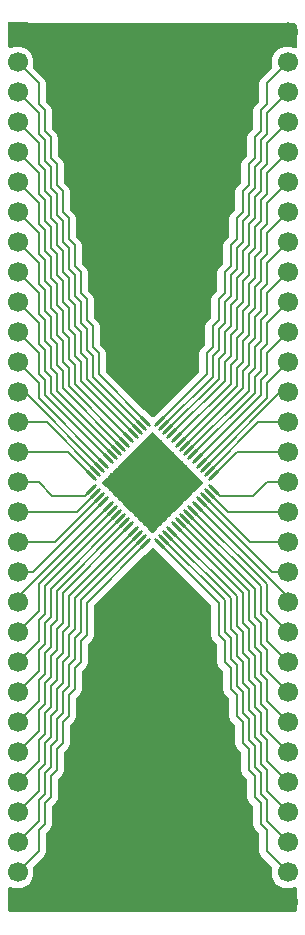
<source format=gtl>
G04 #@! TF.GenerationSoftware,KiCad,Pcbnew,9.0.6*
G04 #@! TF.CreationDate,2026-01-08T14:27:29-06:00*
G04 #@! TF.ProjectId,QFN-56_8x8_P0.5,51464e2d-3536-45f3-9878-385f50302e35,rev?*
G04 #@! TF.SameCoordinates,Original*
G04 #@! TF.FileFunction,Copper,L1,Top*
G04 #@! TF.FilePolarity,Positive*
%FSLAX46Y46*%
G04 Gerber Fmt 4.6, Leading zero omitted, Abs format (unit mm)*
G04 Created by KiCad (PCBNEW 9.0.6) date 2026-01-08 14:27:29*
%MOMM*%
%LPD*%
G01*
G04 APERTURE LIST*
G04 Aperture macros list*
%AMRoundRect*
0 Rectangle with rounded corners*
0 $1 Rounding radius*
0 $2 $3 $4 $5 $6 $7 $8 $9 X,Y pos of 4 corners*
0 Add a 4 corners polygon primitive as box body*
4,1,4,$2,$3,$4,$5,$6,$7,$8,$9,$2,$3,0*
0 Add four circle primitives for the rounded corners*
1,1,$1+$1,$2,$3*
1,1,$1+$1,$4,$5*
1,1,$1+$1,$6,$7*
1,1,$1+$1,$8,$9*
0 Add four rect primitives between the rounded corners*
20,1,$1+$1,$2,$3,$4,$5,0*
20,1,$1+$1,$4,$5,$6,$7,0*
20,1,$1+$1,$6,$7,$8,$9,0*
20,1,$1+$1,$8,$9,$2,$3,0*%
%AMRotRect*
0 Rectangle, with rotation*
0 The origin of the aperture is its center*
0 $1 length*
0 $2 width*
0 $3 Rotation angle, in degrees counterclockwise*
0 Add horizontal line*
21,1,$1,$2,0,0,$3*%
G04 Aperture macros list end*
G04 #@! TA.AperFunction,SMDPad,CuDef*
%ADD10RoundRect,0.062500X-0.424264X0.335876X0.335876X-0.424264X0.424264X-0.335876X-0.335876X0.424264X0*%
G04 #@! TD*
G04 #@! TA.AperFunction,SMDPad,CuDef*
%ADD11RoundRect,0.062500X-0.424264X-0.335876X-0.335876X-0.424264X0.424264X0.335876X0.335876X0.424264X0*%
G04 #@! TD*
G04 #@! TA.AperFunction,HeatsinkPad*
%ADD12C,0.500000*%
G04 #@! TD*
G04 #@! TA.AperFunction,HeatsinkPad*
%ADD13RotRect,4.300000X4.300000X315.000000*%
G04 #@! TD*
G04 #@! TA.AperFunction,ComponentPad*
%ADD14R,1.700000X1.700000*%
G04 #@! TD*
G04 #@! TA.AperFunction,ComponentPad*
%ADD15C,1.700000*%
G04 #@! TD*
G04 #@! TA.AperFunction,ViaPad*
%ADD16C,0.600000*%
G04 #@! TD*
G04 #@! TA.AperFunction,Conductor*
%ADD17C,0.200000*%
G04 #@! TD*
G04 APERTURE END LIST*
D10*
X137802443Y-116696249D03*
X137448889Y-117049802D03*
X137095336Y-117403355D03*
X136741783Y-117756909D03*
X136388230Y-118110463D03*
X136034676Y-118464016D03*
X135681122Y-118817569D03*
X135327569Y-119171122D03*
X134974016Y-119524676D03*
X134620463Y-119878230D03*
X134266909Y-120231783D03*
X133913355Y-120585336D03*
X133559802Y-120938889D03*
X133206249Y-121292443D03*
D11*
X133206249Y-122547557D03*
X133559802Y-122901111D03*
X133913355Y-123254664D03*
X134266909Y-123608217D03*
X134620463Y-123961770D03*
X134974016Y-124315324D03*
X135327569Y-124668878D03*
X135681122Y-125022431D03*
X136034676Y-125375984D03*
X136388230Y-125729537D03*
X136741783Y-126083091D03*
X137095336Y-126436645D03*
X137448889Y-126790198D03*
X137802443Y-127143751D03*
D10*
X139057557Y-127143751D03*
X139411111Y-126790198D03*
X139764664Y-126436645D03*
X140118217Y-126083091D03*
X140471770Y-125729537D03*
X140825324Y-125375984D03*
X141178878Y-125022431D03*
X141532431Y-124668878D03*
X141885984Y-124315324D03*
X142239537Y-123961770D03*
X142593091Y-123608217D03*
X142946645Y-123254664D03*
X143300198Y-122901111D03*
X143653751Y-122547557D03*
D11*
X143653751Y-121292443D03*
X143300198Y-120938889D03*
X142946645Y-120585336D03*
X142593091Y-120231783D03*
X142239537Y-119878230D03*
X141885984Y-119524676D03*
X141532431Y-119171122D03*
X141178878Y-118817569D03*
X140825324Y-118464016D03*
X140471770Y-118110463D03*
X140118217Y-117756909D03*
X139764664Y-117403355D03*
X139411111Y-117049802D03*
X139057557Y-116696249D03*
D12*
X138430000Y-119232994D03*
X137758249Y-119904746D03*
X137086497Y-120576497D03*
X136414746Y-121248249D03*
X135742994Y-121920000D03*
X139101751Y-119904746D03*
X138430000Y-120576497D03*
X137758249Y-121248249D03*
X137086497Y-121920000D03*
X136414746Y-122591751D03*
X139773503Y-120576497D03*
X139101751Y-121248249D03*
X138430000Y-121920000D03*
D13*
X138430000Y-121920000D03*
D12*
X137758249Y-122591751D03*
X137086497Y-123263503D03*
X140445254Y-121248249D03*
X139773503Y-121920000D03*
X139101751Y-122591751D03*
X138430000Y-123263503D03*
X137758249Y-123935254D03*
X141117006Y-121920000D03*
X140445254Y-122591751D03*
X139773503Y-123263503D03*
X139101751Y-123935254D03*
X138430000Y-124607006D03*
D14*
X127000000Y-83820000D03*
D15*
X127000000Y-86360000D03*
X127000000Y-88900000D03*
X127000000Y-91440000D03*
X127000000Y-93980000D03*
X127000000Y-96520000D03*
X127000000Y-99060000D03*
X127000000Y-101600000D03*
X127000000Y-104140000D03*
X127000000Y-106680000D03*
X127000000Y-109220000D03*
X127000000Y-111760000D03*
X127000000Y-114300000D03*
X127000000Y-116840000D03*
X127000000Y-119380000D03*
X127000000Y-121920000D03*
X127000000Y-124460000D03*
X127000000Y-127000000D03*
X127000000Y-129540000D03*
X127000000Y-132080000D03*
X127000000Y-134620000D03*
X127000000Y-137160000D03*
X127000000Y-139700000D03*
X127000000Y-142240000D03*
X127000000Y-144780000D03*
X127000000Y-147320000D03*
X127000000Y-149860000D03*
X127000000Y-152400000D03*
X127000000Y-154940000D03*
X127000000Y-157480000D03*
X149860000Y-83820000D03*
X149860000Y-86360000D03*
X149860000Y-88900000D03*
X149860000Y-91440000D03*
X149860000Y-93980000D03*
X149860000Y-96520000D03*
X149860000Y-99060000D03*
X149860000Y-101600000D03*
X149860000Y-104140000D03*
X149860000Y-106680000D03*
X149860000Y-109220000D03*
X149860000Y-111760000D03*
X149860000Y-114300000D03*
X149860000Y-116840000D03*
X149860000Y-119380000D03*
X149860000Y-121920000D03*
X149860000Y-124460000D03*
X149860000Y-127000000D03*
X149860000Y-129540000D03*
X149860000Y-132080000D03*
X149860000Y-134620000D03*
X149860000Y-137160000D03*
X149860000Y-139700000D03*
X149860000Y-142240000D03*
X149860000Y-144780000D03*
X149860000Y-147320000D03*
X149860000Y-149860000D03*
X149860000Y-152400000D03*
X149860000Y-154940000D03*
X149860000Y-157480000D03*
D16*
X138430000Y-97790000D03*
X138430000Y-145796000D03*
X138430000Y-115570000D03*
X138430000Y-128270000D03*
D17*
X147066000Y-92710000D02*
X147574000Y-92202000D01*
X147066000Y-94488000D02*
X147066000Y-92710000D01*
X147574000Y-90424000D02*
X148082000Y-89916000D01*
X147574000Y-92202000D02*
X147574000Y-90424000D01*
X146558000Y-94996000D02*
X147066000Y-94488000D01*
X143653751Y-121292443D02*
X145566194Y-119380000D01*
X145566194Y-119380000D02*
X149860000Y-119380000D01*
X147574000Y-113284000D02*
X148082000Y-112776000D01*
X143300198Y-120938889D02*
X147399087Y-116840000D01*
X142239537Y-119878230D02*
X147574000Y-114543767D01*
X147574000Y-114543767D02*
X147574000Y-113284000D01*
X146558000Y-112776000D02*
X147066000Y-112268000D01*
X147066000Y-113030000D02*
X147574000Y-112522000D01*
X147066000Y-114344660D02*
X147066000Y-113030000D01*
X142946645Y-120585336D02*
X149231981Y-114300000D01*
X148082000Y-112776000D02*
X148082000Y-110998000D01*
X148082000Y-110998000D02*
X149860000Y-109220000D01*
X146558000Y-112014000D02*
X146558000Y-110236000D01*
X148082000Y-110236000D02*
X148082000Y-108458000D01*
X146050000Y-112522000D02*
X146558000Y-112014000D01*
X147574000Y-109982000D02*
X147574000Y-108204000D01*
X147399087Y-116840000D02*
X149860000Y-116840000D01*
X148082000Y-114742874D02*
X148082000Y-113538000D01*
X142593091Y-120231783D02*
X148082000Y-114742874D01*
X146050000Y-113946447D02*
X146050000Y-112522000D01*
X147574000Y-112522000D02*
X147574000Y-110744000D01*
X141885984Y-119524676D02*
X147066000Y-114344660D01*
X149860000Y-111760000D02*
X148082000Y-113538000D01*
X141178878Y-118817569D02*
X146050000Y-113946447D01*
X146558000Y-114145553D02*
X146558000Y-112776000D01*
X148082000Y-108458000D02*
X149860000Y-106680000D01*
X148082000Y-105918000D02*
X149860000Y-104140000D01*
X147066000Y-110490000D02*
X147574000Y-109982000D01*
X148082000Y-107696000D02*
X148082000Y-105918000D01*
X147574000Y-108204000D02*
X148082000Y-107696000D01*
X141532431Y-119171122D02*
X146558000Y-114145553D01*
X149231981Y-114300000D02*
X149860000Y-114300000D01*
X147066000Y-112268000D02*
X147066000Y-110490000D01*
X147574000Y-110744000D02*
X148082000Y-110236000D01*
X146558000Y-110236000D02*
X147066000Y-109728000D01*
X145542000Y-101346000D02*
X145542000Y-99568000D01*
X148082000Y-88138000D02*
X149860000Y-86360000D01*
X143002000Y-112751806D02*
X143002000Y-110998000D01*
X144526000Y-106680000D02*
X145034000Y-106172000D01*
X147574000Y-92964000D02*
X148082000Y-92456000D01*
X147574000Y-94742000D02*
X147574000Y-92964000D01*
X144018000Y-110744000D02*
X144018000Y-108966000D01*
X146050000Y-99822000D02*
X146558000Y-99314000D01*
X145542000Y-102108000D02*
X146050000Y-101600000D01*
X145034000Y-104394000D02*
X145542000Y-103886000D01*
X145034000Y-101854000D02*
X145542000Y-101346000D01*
X144526000Y-105918000D02*
X144526000Y-104140000D01*
X144526000Y-104140000D02*
X145034000Y-103632000D01*
X143510000Y-108712000D02*
X144018000Y-108204000D01*
X148082000Y-92456000D02*
X148082000Y-90678000D01*
X147066000Y-97028000D02*
X147066000Y-95250000D01*
X146558000Y-97536000D02*
X147066000Y-97028000D01*
X146558000Y-99314000D02*
X146558000Y-97536000D01*
X145542000Y-103886000D02*
X145542000Y-102108000D01*
X144018000Y-108966000D02*
X144526000Y-108458000D01*
X143510000Y-111252000D02*
X144018000Y-110744000D01*
X146050000Y-101600000D02*
X146050000Y-99822000D01*
X148082000Y-90678000D02*
X149860000Y-88900000D01*
X145034000Y-103632000D02*
X145034000Y-101854000D01*
X144018000Y-106426000D02*
X144526000Y-105918000D01*
X139411111Y-117049802D02*
X143510000Y-112950913D01*
X143510000Y-112950913D02*
X143510000Y-111252000D01*
X145034000Y-106172000D02*
X145034000Y-104394000D01*
X147066000Y-95250000D02*
X147574000Y-94742000D01*
X144018000Y-108204000D02*
X144018000Y-106426000D01*
X143510000Y-110490000D02*
X143510000Y-108712000D01*
X143002000Y-110998000D02*
X143510000Y-110490000D01*
X144526000Y-108458000D02*
X144526000Y-106680000D01*
X139057557Y-116696249D02*
X143002000Y-112751806D01*
X147066000Y-109728000D02*
X147066000Y-107950000D01*
X145542000Y-99568000D02*
X146050000Y-99060000D01*
X146050000Y-97282000D02*
X146558000Y-96774000D01*
X146050000Y-99060000D02*
X146050000Y-97282000D01*
X146050000Y-111760000D02*
X146050000Y-109982000D01*
X147574000Y-105664000D02*
X148082000Y-105156000D01*
X147066000Y-107950000D02*
X147574000Y-107442000D01*
X147574000Y-100584000D02*
X148082000Y-100076000D01*
X147066000Y-107188000D02*
X147066000Y-105410000D01*
X145542000Y-108966000D02*
X145542000Y-107188000D01*
X145034000Y-109474000D02*
X145542000Y-108966000D01*
X145034000Y-111252000D02*
X145034000Y-109474000D01*
X148082000Y-98298000D02*
X149860000Y-96520000D01*
X148082000Y-100076000D02*
X148082000Y-98298000D01*
X147574000Y-107442000D02*
X147574000Y-105664000D01*
X147574000Y-102362000D02*
X147574000Y-100584000D01*
X146558000Y-107696000D02*
X147066000Y-107188000D01*
X146050000Y-107442000D02*
X146558000Y-106934000D01*
X145542000Y-109728000D02*
X146050000Y-109220000D01*
X144526000Y-111760000D02*
X145034000Y-111252000D01*
X146558000Y-109474000D02*
X146558000Y-107696000D01*
X147066000Y-105410000D02*
X147574000Y-104902000D01*
X144526000Y-113349126D02*
X144526000Y-111760000D01*
X147574000Y-104902000D02*
X147574000Y-103124000D01*
X146050000Y-109982000D02*
X146558000Y-109474000D01*
X148082000Y-103378000D02*
X149860000Y-101600000D01*
X140471770Y-118110463D02*
X145034000Y-113548233D01*
X146050000Y-104902000D02*
X146558000Y-104394000D01*
X140118217Y-117756909D02*
X144526000Y-113349126D01*
X147066000Y-102870000D02*
X147574000Y-102362000D01*
X147066000Y-104648000D02*
X147066000Y-102870000D01*
X148082000Y-100838000D02*
X149860000Y-99060000D01*
X147574000Y-103124000D02*
X148082000Y-102616000D01*
X145034000Y-112014000D02*
X145542000Y-111506000D01*
X146558000Y-105156000D02*
X147066000Y-104648000D01*
X146558000Y-106934000D02*
X146558000Y-105156000D01*
X146050000Y-109220000D02*
X146050000Y-107442000D01*
X145542000Y-111506000D02*
X145542000Y-109728000D01*
X145034000Y-113548233D02*
X145034000Y-112014000D01*
X145542000Y-113747340D02*
X145542000Y-112268000D01*
X148082000Y-102616000D02*
X148082000Y-100838000D01*
X148082000Y-105156000D02*
X148082000Y-103378000D01*
X145542000Y-112268000D02*
X146050000Y-111760000D01*
X140825324Y-118464016D02*
X145542000Y-113747340D01*
X146558000Y-96774000D02*
X146558000Y-94996000D01*
X148082000Y-89916000D02*
X148082000Y-88138000D01*
X147066000Y-99568000D02*
X147066000Y-97790000D01*
X145542000Y-107188000D02*
X146050000Y-106680000D01*
X144526000Y-110998000D02*
X144526000Y-109220000D01*
X147574000Y-98044000D02*
X148082000Y-97536000D01*
X146558000Y-104394000D02*
X146558000Y-102616000D01*
X146558000Y-100076000D02*
X147066000Y-99568000D01*
X145034000Y-106934000D02*
X145542000Y-106426000D01*
X147574000Y-99822000D02*
X147574000Y-98044000D01*
X139764664Y-117403355D02*
X144018000Y-113150019D01*
X144018000Y-113150019D02*
X144018000Y-111506000D01*
X145034000Y-108712000D02*
X145034000Y-106934000D01*
X147066000Y-100330000D02*
X147574000Y-99822000D01*
X146050000Y-106680000D02*
X146050000Y-104902000D01*
X147574000Y-95504000D02*
X148082000Y-94996000D01*
X146558000Y-101854000D02*
X146558000Y-100076000D01*
X144526000Y-109220000D02*
X145034000Y-108712000D01*
X148082000Y-95758000D02*
X149860000Y-93980000D01*
X147574000Y-97282000D02*
X147574000Y-95504000D01*
X144018000Y-111506000D02*
X144526000Y-110998000D01*
X148082000Y-97536000D02*
X148082000Y-95758000D01*
X148082000Y-93218000D02*
X149860000Y-91440000D01*
X148082000Y-94996000D02*
X148082000Y-93218000D01*
X145542000Y-104648000D02*
X146050000Y-104140000D01*
X145542000Y-106426000D02*
X145542000Y-104648000D01*
X146050000Y-104140000D02*
X146050000Y-102362000D01*
X146558000Y-102616000D02*
X147066000Y-102108000D01*
X147066000Y-102108000D02*
X147066000Y-100330000D01*
X147066000Y-97790000D02*
X147574000Y-97282000D01*
X146050000Y-102362000D02*
X146558000Y-101854000D01*
X129286000Y-90424000D02*
X128778000Y-89916000D01*
X129286000Y-92202000D02*
X129286000Y-90424000D01*
X129794000Y-92710000D02*
X129286000Y-92202000D01*
X129794000Y-94488000D02*
X129794000Y-92710000D01*
X130302000Y-94996000D02*
X129794000Y-94488000D01*
X128778000Y-89916000D02*
X128778000Y-88138000D01*
X130302000Y-96774000D02*
X130302000Y-94996000D01*
X130810000Y-97282000D02*
X130302000Y-96774000D01*
X130810000Y-99060000D02*
X130810000Y-97282000D01*
X131318000Y-99568000D02*
X130810000Y-99060000D01*
X131318000Y-101346000D02*
X131318000Y-99568000D01*
X128778000Y-88138000D02*
X127000000Y-86360000D01*
X131826000Y-101854000D02*
X131318000Y-101346000D01*
X131826000Y-103632000D02*
X131826000Y-101854000D01*
X132334000Y-104140000D02*
X131826000Y-103632000D01*
X132334000Y-105918000D02*
X132334000Y-104140000D01*
X132842000Y-106426000D02*
X132334000Y-105918000D01*
X132842000Y-108204000D02*
X132842000Y-106426000D01*
X133350000Y-108712000D02*
X132842000Y-108204000D01*
X133350000Y-110490000D02*
X133350000Y-108712000D01*
X133858000Y-110998000D02*
X133350000Y-110490000D01*
X137802443Y-116696249D02*
X133858000Y-112751806D01*
X133858000Y-112751806D02*
X133858000Y-110998000D01*
X128778000Y-90678000D02*
X127000000Y-88900000D01*
X128778000Y-92456000D02*
X128778000Y-90678000D01*
X129286000Y-92964000D02*
X128778000Y-92456000D01*
X129286000Y-94742000D02*
X129286000Y-92964000D01*
X129794000Y-95250000D02*
X129286000Y-94742000D01*
X129794000Y-97028000D02*
X129794000Y-95250000D01*
X130302000Y-97536000D02*
X129794000Y-97028000D01*
X130302000Y-99314000D02*
X130302000Y-97536000D01*
X130810000Y-99822000D02*
X130302000Y-99314000D01*
X130810000Y-101600000D02*
X130810000Y-99822000D01*
X131318000Y-102108000D02*
X130810000Y-101600000D01*
X131318000Y-103886000D02*
X131318000Y-102108000D01*
X131826000Y-104394000D02*
X131318000Y-103886000D01*
X131826000Y-106172000D02*
X131826000Y-104394000D01*
X132334000Y-106680000D02*
X131826000Y-106172000D01*
X132334000Y-108458000D02*
X132334000Y-106680000D01*
X132842000Y-108966000D02*
X132334000Y-108458000D01*
X132842000Y-110744000D02*
X132842000Y-108966000D01*
X133350000Y-111252000D02*
X132842000Y-110744000D01*
X133350000Y-112950913D02*
X133350000Y-111252000D01*
X137448889Y-117049802D02*
X133350000Y-112950913D01*
X128778000Y-93218000D02*
X127000000Y-91440000D01*
X128778000Y-94996000D02*
X128778000Y-93218000D01*
X129286000Y-95504000D02*
X128778000Y-94996000D01*
X129286000Y-97282000D02*
X129286000Y-95504000D01*
X129794000Y-97790000D02*
X129286000Y-97282000D01*
X129794000Y-99568000D02*
X129794000Y-97790000D01*
X130302000Y-100076000D02*
X129794000Y-99568000D01*
X130302000Y-101854000D02*
X130302000Y-100076000D01*
X130810000Y-102362000D02*
X130302000Y-101854000D01*
X130810000Y-104140000D02*
X130810000Y-102362000D01*
X131318000Y-104648000D02*
X130810000Y-104140000D01*
X131318000Y-106426000D02*
X131318000Y-104648000D01*
X131826000Y-108712000D02*
X131826000Y-106934000D01*
X132334000Y-109220000D02*
X131826000Y-108712000D01*
X131826000Y-106934000D02*
X131318000Y-106426000D01*
X132334000Y-110998000D02*
X132334000Y-109220000D01*
X132842000Y-111506000D02*
X132334000Y-110998000D01*
X132842000Y-113150019D02*
X132842000Y-111506000D01*
X137095336Y-117403355D02*
X132842000Y-113150019D01*
X128778000Y-95758000D02*
X127000000Y-93980000D01*
X128778000Y-97536000D02*
X128778000Y-95758000D01*
X129286000Y-98044000D02*
X128778000Y-97536000D01*
X129286000Y-99822000D02*
X129286000Y-98044000D01*
X129794000Y-100330000D02*
X129286000Y-99822000D01*
X129794000Y-102108000D02*
X129794000Y-100330000D01*
X130302000Y-102616000D02*
X129794000Y-102108000D01*
X130302000Y-104394000D02*
X130302000Y-102616000D01*
X130810000Y-106680000D02*
X130810000Y-104902000D01*
X131318000Y-107188000D02*
X130810000Y-106680000D01*
X131318000Y-108966000D02*
X131318000Y-107188000D01*
X131826000Y-109474000D02*
X131318000Y-108966000D01*
X131826000Y-111252000D02*
X131826000Y-109474000D01*
X130810000Y-104902000D02*
X130302000Y-104394000D01*
X132334000Y-111760000D02*
X131826000Y-111252000D01*
X132334000Y-113349126D02*
X132334000Y-111760000D01*
X136741783Y-117756909D02*
X132334000Y-113349126D01*
X128778000Y-98298000D02*
X127000000Y-96520000D01*
X128778000Y-100076000D02*
X128778000Y-98298000D01*
X129286000Y-102362000D02*
X129286000Y-100584000D01*
X129794000Y-102870000D02*
X129286000Y-102362000D01*
X129794000Y-104648000D02*
X129794000Y-102870000D01*
X130302000Y-105156000D02*
X129794000Y-104648000D01*
X130302000Y-106934000D02*
X130302000Y-105156000D01*
X129286000Y-100584000D02*
X128778000Y-100076000D01*
X130810000Y-107442000D02*
X130302000Y-106934000D01*
X130810000Y-109220000D02*
X130810000Y-107442000D01*
X131318000Y-109728000D02*
X130810000Y-109220000D01*
X131318000Y-111506000D02*
X131318000Y-109728000D01*
X131826000Y-112014000D02*
X131318000Y-111506000D01*
X131826000Y-113548233D02*
X131826000Y-112014000D01*
X136388230Y-118110463D02*
X131826000Y-113548233D01*
X128778000Y-100838000D02*
X127000000Y-99060000D01*
X128778000Y-102616000D02*
X128778000Y-100838000D01*
X129286000Y-103124000D02*
X128778000Y-102616000D01*
X129794000Y-105410000D02*
X129286000Y-104902000D01*
X129794000Y-107188000D02*
X129794000Y-105410000D01*
X129286000Y-104902000D02*
X129286000Y-103124000D01*
X130302000Y-107696000D02*
X129794000Y-107188000D01*
X130302000Y-109474000D02*
X130302000Y-107696000D01*
X130810000Y-109982000D02*
X130302000Y-109474000D01*
X130810000Y-111760000D02*
X130810000Y-109982000D01*
X131318000Y-112268000D02*
X130810000Y-111760000D01*
X131318000Y-113747340D02*
X131318000Y-112268000D01*
X136034676Y-118464016D02*
X131318000Y-113747340D01*
X128778000Y-103378000D02*
X127000000Y-101600000D01*
X128778000Y-105156000D02*
X128778000Y-103378000D01*
X129286000Y-105664000D02*
X128778000Y-105156000D01*
X129286000Y-107442000D02*
X129286000Y-105664000D01*
X129794000Y-107950000D02*
X129286000Y-107442000D01*
X129794000Y-109728000D02*
X129794000Y-107950000D01*
X130302000Y-110236000D02*
X129794000Y-109728000D01*
X130302000Y-112014000D02*
X130302000Y-110236000D01*
X130810000Y-112522000D02*
X130302000Y-112014000D01*
X130810000Y-113946447D02*
X130810000Y-112522000D01*
X135681122Y-118817569D02*
X130810000Y-113946447D01*
X128778000Y-105918000D02*
X127000000Y-104140000D01*
X128778000Y-107696000D02*
X128778000Y-105918000D01*
X129286000Y-108204000D02*
X128778000Y-107696000D01*
X129286000Y-109982000D02*
X129286000Y-108204000D01*
X129794000Y-110490000D02*
X129286000Y-109982000D01*
X129794000Y-112268000D02*
X129794000Y-110490000D01*
X130302000Y-112776000D02*
X129794000Y-112268000D01*
X130302000Y-114145553D02*
X130302000Y-112776000D01*
X135327569Y-119171122D02*
X130302000Y-114145553D01*
X128778000Y-108458000D02*
X127000000Y-106680000D01*
X129286000Y-110744000D02*
X128778000Y-110236000D01*
X129794000Y-113030000D02*
X129286000Y-112522000D01*
X129286000Y-112522000D02*
X129286000Y-110744000D01*
X128778000Y-110236000D02*
X128778000Y-108458000D01*
X129794000Y-114344660D02*
X129794000Y-113030000D01*
X134974016Y-119524676D02*
X129794000Y-114344660D01*
X128778000Y-112776000D02*
X128778000Y-110998000D01*
X128778000Y-110998000D02*
X127000000Y-109220000D01*
X129286000Y-113284000D02*
X128778000Y-112776000D01*
X134620463Y-119878230D02*
X129286000Y-114543767D01*
X129286000Y-114543767D02*
X129286000Y-113284000D01*
X127000000Y-111760000D02*
X128778000Y-113538000D01*
X128778000Y-114742874D02*
X128778000Y-113538000D01*
X134266909Y-120231783D02*
X128778000Y-114742874D01*
X133913355Y-120585336D02*
X127628019Y-114300000D01*
X127628019Y-114300000D02*
X127000000Y-114300000D01*
X129460913Y-116840000D02*
X127000000Y-116840000D01*
X133559802Y-120938889D02*
X129460913Y-116840000D01*
X147066000Y-136652000D02*
X147066000Y-138430000D01*
X147574000Y-140716000D02*
X148082000Y-141224000D01*
X147574000Y-138938000D02*
X147574000Y-140716000D01*
X148082000Y-143002000D02*
X149860000Y-144780000D01*
X147066000Y-138430000D02*
X147574000Y-138938000D01*
X146558000Y-134366000D02*
X146558000Y-136144000D01*
X146558000Y-136144000D02*
X147066000Y-136652000D01*
X146050000Y-131307767D02*
X146050000Y-133858000D01*
X146050000Y-133858000D02*
X146558000Y-134366000D01*
X148082000Y-140462000D02*
X149860000Y-142240000D01*
X140825324Y-125375984D02*
X146558000Y-131108660D01*
X148082000Y-137922000D02*
X149860000Y-139700000D01*
X147574000Y-133096000D02*
X148082000Y-133604000D01*
X141532431Y-124668878D02*
X147574000Y-130710447D01*
X148082000Y-130511340D02*
X148082000Y-132842000D01*
X142946645Y-123254664D02*
X146691981Y-127000000D01*
X148082000Y-121920000D02*
X149860000Y-121920000D01*
X146939000Y-123063000D02*
X148082000Y-121920000D01*
X147574000Y-138176000D02*
X148082000Y-138684000D01*
X141178878Y-125022431D02*
X147066000Y-130909553D01*
X147574000Y-136398000D02*
X147574000Y-138176000D01*
X148082000Y-133604000D02*
X148082000Y-135382000D01*
X143653751Y-122547557D02*
X144169194Y-123063000D01*
X146558000Y-133604000D02*
X147066000Y-134112000D01*
X140471770Y-125729537D02*
X146050000Y-131307767D01*
X148082000Y-141224000D02*
X148082000Y-143002000D01*
X149860000Y-131582233D02*
X149860000Y-132080000D01*
X148082000Y-136144000D02*
X148082000Y-137922000D01*
X141885984Y-124315324D02*
X148082000Y-130511340D01*
X148082000Y-135382000D02*
X149860000Y-137160000D01*
X147574000Y-133858000D02*
X147574000Y-135636000D01*
X148082000Y-138684000D02*
X148082000Y-140462000D01*
X147066000Y-135890000D02*
X147574000Y-136398000D01*
X147066000Y-134112000D02*
X147066000Y-135890000D01*
X146558000Y-131108660D02*
X146558000Y-133604000D01*
X147574000Y-135636000D02*
X148082000Y-136144000D01*
X147066000Y-133350000D02*
X147574000Y-133858000D01*
X146691981Y-127000000D02*
X149860000Y-127000000D01*
X147066000Y-130909553D02*
X147066000Y-133350000D01*
X147574000Y-130710447D02*
X147574000Y-133096000D01*
X148082000Y-132842000D02*
X149860000Y-134620000D01*
X143300198Y-122901111D02*
X144859087Y-124460000D01*
X144859087Y-124460000D02*
X149860000Y-124460000D01*
X142239537Y-123961770D02*
X149860000Y-131582233D01*
X148524874Y-129540000D02*
X149860000Y-129540000D01*
X144169194Y-123063000D02*
X146939000Y-123063000D01*
X142593091Y-123608217D02*
X148524874Y-129540000D01*
X146050000Y-138938000D02*
X146558000Y-139446000D01*
X146558000Y-139446000D02*
X146558000Y-141224000D01*
X146050000Y-137160000D02*
X146050000Y-138938000D01*
X145542000Y-134874000D02*
X145542000Y-136652000D01*
X145542000Y-136652000D02*
X146050000Y-137160000D01*
X145034000Y-134366000D02*
X145542000Y-134874000D01*
X145034000Y-131705981D02*
X145034000Y-134366000D01*
X139764664Y-126436645D02*
X145034000Y-131705981D01*
X145034000Y-139446000D02*
X145542000Y-139954000D01*
X148082000Y-151384000D02*
X148082000Y-153162000D01*
X145542000Y-139192000D02*
X146050000Y-139700000D01*
X147574000Y-148336000D02*
X148082000Y-148844000D01*
X147066000Y-148590000D02*
X147574000Y-149098000D01*
X139057557Y-127143751D02*
X144018000Y-132104194D01*
X146050000Y-139700000D02*
X146050000Y-141478000D01*
X146558000Y-141224000D02*
X147066000Y-141732000D01*
X144526000Y-134620000D02*
X145034000Y-135128000D01*
X148082000Y-146304000D02*
X148082000Y-148082000D01*
X145034000Y-135128000D02*
X145034000Y-136906000D01*
X145542000Y-139954000D02*
X145542000Y-141732000D01*
X147574000Y-149098000D02*
X147574000Y-150876000D01*
X145542000Y-137414000D02*
X145542000Y-139192000D01*
X146558000Y-144526000D02*
X146558000Y-146304000D01*
X146050000Y-142240000D02*
X146050000Y-144018000D01*
X147066000Y-141732000D02*
X147066000Y-143510000D01*
X146558000Y-143764000D02*
X147066000Y-144272000D01*
X144526000Y-137160000D02*
X145034000Y-137668000D01*
X148082000Y-148082000D02*
X149860000Y-149860000D01*
X145034000Y-136906000D02*
X145542000Y-137414000D01*
X147574000Y-146558000D02*
X147574000Y-148336000D01*
X147574000Y-150876000D02*
X148082000Y-151384000D01*
X148082000Y-150622000D02*
X149860000Y-152400000D01*
X146558000Y-141986000D02*
X146558000Y-143764000D01*
X144526000Y-131905087D02*
X144526000Y-134620000D01*
X148082000Y-148844000D02*
X148082000Y-150622000D01*
X146558000Y-146304000D02*
X147066000Y-146812000D01*
X145542000Y-141732000D02*
X146050000Y-142240000D01*
X144526000Y-135382000D02*
X144526000Y-137160000D01*
X144018000Y-132104194D02*
X144018000Y-134874000D01*
X144018000Y-134874000D02*
X144526000Y-135382000D01*
X147066000Y-146050000D02*
X147574000Y-146558000D01*
X145034000Y-137668000D02*
X145034000Y-139446000D01*
X139411111Y-126790198D02*
X144526000Y-131905087D01*
X146050000Y-141478000D02*
X146558000Y-141986000D01*
X147574000Y-144018000D02*
X147574000Y-145796000D01*
X147066000Y-146812000D02*
X147066000Y-148590000D01*
X147066000Y-144272000D02*
X147066000Y-146050000D01*
X148082000Y-153162000D02*
X149860000Y-154940000D01*
X147066000Y-143510000D02*
X147574000Y-144018000D01*
X146050000Y-144018000D02*
X146558000Y-144526000D01*
X147574000Y-145796000D02*
X148082000Y-146304000D01*
X147574000Y-141478000D02*
X147574000Y-143256000D01*
X148082000Y-143764000D02*
X148082000Y-145542000D01*
X147574000Y-143256000D02*
X148082000Y-143764000D01*
X148082000Y-145542000D02*
X149860000Y-147320000D01*
X146050000Y-136398000D02*
X146558000Y-136906000D01*
X146558000Y-136906000D02*
X146558000Y-138684000D01*
X146050000Y-134620000D02*
X146050000Y-136398000D01*
X147066000Y-140970000D02*
X147574000Y-141478000D01*
X146558000Y-138684000D02*
X147066000Y-139192000D01*
X147066000Y-139192000D02*
X147066000Y-140970000D01*
X145542000Y-134112000D02*
X146050000Y-134620000D01*
X140118217Y-126083091D02*
X145542000Y-131506874D01*
X145542000Y-131506874D02*
X145542000Y-134112000D01*
X128778000Y-153162000D02*
X127000000Y-154940000D01*
X128778000Y-151384000D02*
X128778000Y-153162000D01*
X129286000Y-149098000D02*
X129286000Y-150876000D01*
X129794000Y-148590000D02*
X129286000Y-149098000D01*
X129794000Y-146812000D02*
X129794000Y-148590000D01*
X130302000Y-146304000D02*
X129794000Y-146812000D01*
X130302000Y-144526000D02*
X130302000Y-146304000D01*
X130810000Y-144018000D02*
X130302000Y-144526000D01*
X130810000Y-142240000D02*
X130810000Y-144018000D01*
X131318000Y-141732000D02*
X130810000Y-142240000D01*
X129286000Y-150876000D02*
X128778000Y-151384000D01*
X131318000Y-139954000D02*
X131318000Y-141732000D01*
X131826000Y-139446000D02*
X131318000Y-139954000D01*
X131826000Y-137668000D02*
X131826000Y-139446000D01*
X132334000Y-137160000D02*
X131826000Y-137668000D01*
X132334000Y-135382000D02*
X132334000Y-137160000D01*
X132842000Y-132104194D02*
X132842000Y-134874000D01*
X132842000Y-134874000D02*
X132334000Y-135382000D01*
X137802443Y-127143751D02*
X132842000Y-132104194D01*
X128778000Y-150622000D02*
X127000000Y-152400000D01*
X128778000Y-148844000D02*
X128778000Y-150622000D01*
X129286000Y-148336000D02*
X128778000Y-148844000D01*
X129794000Y-146050000D02*
X129286000Y-146558000D01*
X129794000Y-144272000D02*
X129794000Y-146050000D01*
X130302000Y-143764000D02*
X129794000Y-144272000D01*
X130302000Y-141986000D02*
X130302000Y-143764000D01*
X130810000Y-141478000D02*
X130302000Y-141986000D01*
X130810000Y-139700000D02*
X130810000Y-141478000D01*
X131318000Y-137414000D02*
X131318000Y-139192000D01*
X129286000Y-146558000D02*
X129286000Y-148336000D01*
X131826000Y-136906000D02*
X131318000Y-137414000D01*
X131826000Y-135128000D02*
X131826000Y-136906000D01*
X132334000Y-134620000D02*
X131826000Y-135128000D01*
X132334000Y-131905087D02*
X132334000Y-134620000D01*
X131318000Y-139192000D02*
X130810000Y-139700000D01*
X137448889Y-126790198D02*
X132334000Y-131905087D01*
X128778000Y-148082000D02*
X127000000Y-149860000D01*
X128778000Y-146304000D02*
X128778000Y-148082000D01*
X129286000Y-145796000D02*
X128778000Y-146304000D01*
X129286000Y-144018000D02*
X129286000Y-145796000D01*
X129794000Y-143510000D02*
X129286000Y-144018000D01*
X129794000Y-141732000D02*
X129794000Y-143510000D01*
X130302000Y-141224000D02*
X129794000Y-141732000D01*
X130810000Y-138938000D02*
X130302000Y-139446000D01*
X130302000Y-139446000D02*
X130302000Y-141224000D01*
X130810000Y-137160000D02*
X130810000Y-138938000D01*
X131318000Y-136652000D02*
X130810000Y-137160000D01*
X131826000Y-134366000D02*
X131318000Y-134874000D01*
X131826000Y-131705981D02*
X131826000Y-134366000D01*
X131318000Y-134874000D02*
X131318000Y-136652000D01*
X137095336Y-126436645D02*
X131826000Y-131705981D01*
X128778000Y-145542000D02*
X127000000Y-147320000D01*
X128778000Y-143764000D02*
X128778000Y-145542000D01*
X129286000Y-143256000D02*
X128778000Y-143764000D01*
X129286000Y-141478000D02*
X129286000Y-143256000D01*
X129794000Y-140970000D02*
X129286000Y-141478000D01*
X130302000Y-138684000D02*
X129794000Y-139192000D01*
X130302000Y-136906000D02*
X130302000Y-138684000D01*
X130810000Y-134620000D02*
X130810000Y-136398000D01*
X130810000Y-136398000D02*
X130302000Y-136906000D01*
X129794000Y-139192000D02*
X129794000Y-140970000D01*
X131318000Y-134112000D02*
X130810000Y-134620000D01*
X136741783Y-126083091D02*
X131318000Y-131506874D01*
X131318000Y-131506874D02*
X131318000Y-134112000D01*
X128778000Y-143002000D02*
X127000000Y-144780000D01*
X129286000Y-140716000D02*
X128778000Y-141224000D01*
X129286000Y-138938000D02*
X129286000Y-140716000D01*
X129794000Y-138430000D02*
X129286000Y-138938000D01*
X129794000Y-136652000D02*
X129794000Y-138430000D01*
X130302000Y-136144000D02*
X129794000Y-136652000D01*
X130302000Y-134366000D02*
X130302000Y-136144000D01*
X130810000Y-133858000D02*
X130302000Y-134366000D01*
X130810000Y-131307767D02*
X130810000Y-133858000D01*
X136388230Y-125729537D02*
X130810000Y-131307767D01*
X128778000Y-141224000D02*
X128778000Y-143002000D01*
X128778000Y-140462000D02*
X127000000Y-142240000D01*
X128778000Y-138684000D02*
X128778000Y-140462000D01*
X129286000Y-138176000D02*
X128778000Y-138684000D01*
X129286000Y-136398000D02*
X129286000Y-138176000D01*
X129794000Y-135890000D02*
X129286000Y-136398000D01*
X129794000Y-134112000D02*
X129794000Y-135890000D01*
X130302000Y-133604000D02*
X129794000Y-134112000D01*
X130302000Y-131108660D02*
X130302000Y-133604000D01*
X136034676Y-125375984D02*
X130302000Y-131108660D01*
X129286000Y-135636000D02*
X128778000Y-136144000D01*
X129794000Y-133350000D02*
X129286000Y-133858000D01*
X128778000Y-136144000D02*
X128778000Y-137922000D01*
X128778000Y-137922000D02*
X127000000Y-139700000D01*
X129794000Y-130909553D02*
X129794000Y-133350000D01*
X129286000Y-133858000D02*
X129286000Y-135636000D01*
X135681122Y-125022431D02*
X129794000Y-130909553D01*
X129286000Y-133096000D02*
X128778000Y-133604000D01*
X129286000Y-130710447D02*
X129286000Y-133096000D01*
X128778000Y-133604000D02*
X128778000Y-135382000D01*
X135327569Y-124668878D02*
X129286000Y-130710447D01*
X128778000Y-135382000D02*
X127000000Y-137160000D01*
X128778000Y-132842000D02*
X127000000Y-134620000D01*
X128778000Y-130511340D02*
X128778000Y-132842000D01*
X134974016Y-124315324D02*
X128778000Y-130511340D01*
X127000000Y-131582233D02*
X127000000Y-132080000D01*
X134620463Y-123961770D02*
X127000000Y-131582233D01*
X134266909Y-123608217D02*
X128335126Y-129540000D01*
X128335126Y-129540000D02*
X127000000Y-129540000D01*
X130168019Y-127000000D02*
X127000000Y-127000000D01*
X133913355Y-123254664D02*
X130168019Y-127000000D01*
X132000913Y-124460000D02*
X127000000Y-124460000D01*
X133559802Y-122901111D02*
X132000913Y-124460000D01*
X128778000Y-121920000D02*
X127000000Y-121920000D01*
X132690806Y-123063000D02*
X129921000Y-123063000D01*
X133206249Y-122547557D02*
X132690806Y-123063000D01*
X129921000Y-123063000D02*
X128778000Y-121920000D01*
X131293806Y-119380000D02*
X127000000Y-119380000D01*
X133206249Y-121292443D02*
X131293806Y-119380000D01*
G04 #@! TA.AperFunction,Conductor*
G36*
X138473332Y-127459963D02*
G01*
X138517680Y-127488464D01*
X139021423Y-127992206D01*
X139021432Y-127992214D01*
X139109499Y-128059791D01*
X139109503Y-128059794D01*
X139109505Y-128059794D01*
X139109507Y-128059796D01*
X139112079Y-128060861D01*
X139152315Y-128087744D01*
X143381181Y-132316610D01*
X143414666Y-132377933D01*
X143417500Y-132404291D01*
X143417500Y-134787330D01*
X143417499Y-134787348D01*
X143417499Y-134953054D01*
X143417498Y-134953054D01*
X143458423Y-135105785D01*
X143484074Y-135150214D01*
X143484076Y-135150216D01*
X143537479Y-135242714D01*
X143537481Y-135242717D01*
X143656349Y-135361585D01*
X143656355Y-135361590D01*
X143889181Y-135594416D01*
X143922666Y-135655739D01*
X143925500Y-135682097D01*
X143925500Y-137073330D01*
X143925499Y-137073348D01*
X143925499Y-137239054D01*
X143925498Y-137239054D01*
X143966423Y-137391785D01*
X143992074Y-137436214D01*
X143992076Y-137436216D01*
X144045479Y-137528714D01*
X144045481Y-137528717D01*
X144164349Y-137647585D01*
X144164355Y-137647590D01*
X144397181Y-137880416D01*
X144430666Y-137941739D01*
X144433500Y-137968097D01*
X144433500Y-139359330D01*
X144433499Y-139359348D01*
X144433499Y-139525054D01*
X144433498Y-139525054D01*
X144474423Y-139677785D01*
X144500074Y-139722214D01*
X144500076Y-139722216D01*
X144553479Y-139814714D01*
X144553481Y-139814717D01*
X144672349Y-139933585D01*
X144672355Y-139933590D01*
X144905181Y-140166416D01*
X144938666Y-140227739D01*
X144941500Y-140254097D01*
X144941500Y-141645330D01*
X144941499Y-141645348D01*
X144941499Y-141811054D01*
X144941498Y-141811054D01*
X144982423Y-141963785D01*
X145008074Y-142008214D01*
X145008076Y-142008216D01*
X145061479Y-142100714D01*
X145061481Y-142100717D01*
X145180349Y-142219585D01*
X145180355Y-142219590D01*
X145413181Y-142452416D01*
X145446666Y-142513739D01*
X145449500Y-142540097D01*
X145449500Y-143931330D01*
X145449499Y-143931348D01*
X145449499Y-144097054D01*
X145449498Y-144097054D01*
X145449499Y-144097056D01*
X145449499Y-144097057D01*
X145490423Y-144249785D01*
X145490425Y-144249788D01*
X145497240Y-144261592D01*
X145569477Y-144386712D01*
X145569481Y-144386717D01*
X145688349Y-144505585D01*
X145688355Y-144505590D01*
X145921181Y-144738416D01*
X145954666Y-144799739D01*
X145957500Y-144826097D01*
X145957500Y-146217330D01*
X145957499Y-146217348D01*
X145957499Y-146383054D01*
X145957498Y-146383054D01*
X145998423Y-146535785D01*
X146024074Y-146580214D01*
X146024076Y-146580216D01*
X146077479Y-146672714D01*
X146077481Y-146672717D01*
X146196349Y-146791585D01*
X146196355Y-146791590D01*
X146429181Y-147024416D01*
X146462666Y-147085739D01*
X146465500Y-147112097D01*
X146465500Y-148503330D01*
X146465499Y-148503348D01*
X146465499Y-148669054D01*
X146465498Y-148669054D01*
X146465499Y-148669056D01*
X146465499Y-148669057D01*
X146506423Y-148821785D01*
X146506424Y-148821786D01*
X146511104Y-148829894D01*
X146511106Y-148829896D01*
X146585477Y-148958712D01*
X146585481Y-148958717D01*
X146704349Y-149077585D01*
X146704355Y-149077590D01*
X146937181Y-149310416D01*
X146970666Y-149371739D01*
X146973500Y-149398097D01*
X146973500Y-150789330D01*
X146973499Y-150789348D01*
X146973499Y-150955054D01*
X146973498Y-150955054D01*
X146989575Y-151015051D01*
X147014423Y-151107785D01*
X147016594Y-151111546D01*
X147016598Y-151111558D01*
X147016601Y-151111557D01*
X147093477Y-151244712D01*
X147093481Y-151244717D01*
X147212349Y-151363585D01*
X147212355Y-151363590D01*
X147445181Y-151596416D01*
X147478666Y-151657739D01*
X147481500Y-151684097D01*
X147481500Y-153075330D01*
X147481499Y-153075348D01*
X147481499Y-153241054D01*
X147481498Y-153241054D01*
X147481499Y-153241057D01*
X147522423Y-153393785D01*
X147522424Y-153393786D01*
X147526298Y-153400498D01*
X147526300Y-153400500D01*
X147601477Y-153530712D01*
X147601481Y-153530717D01*
X147720349Y-153649585D01*
X147720355Y-153649590D01*
X148526241Y-154455476D01*
X148559726Y-154516799D01*
X148556492Y-154581473D01*
X148542753Y-154623757D01*
X148509500Y-154833713D01*
X148509500Y-155046286D01*
X148542753Y-155256239D01*
X148608444Y-155458414D01*
X148704951Y-155647820D01*
X148829890Y-155819786D01*
X148980213Y-155970109D01*
X149152179Y-156095048D01*
X149152181Y-156095049D01*
X149152184Y-156095051D01*
X149341588Y-156191557D01*
X149543757Y-156257246D01*
X149753713Y-156290500D01*
X149753714Y-156290500D01*
X149966286Y-156290500D01*
X149966287Y-156290500D01*
X150176243Y-156257246D01*
X150378412Y-156191557D01*
X150449205Y-156155485D01*
X150517874Y-156142590D01*
X150582614Y-156168866D01*
X150622872Y-156225972D01*
X150629500Y-156265971D01*
X150629500Y-158125500D01*
X150609815Y-158192539D01*
X150557011Y-158238294D01*
X150505500Y-158249500D01*
X126354500Y-158249500D01*
X126287461Y-158229815D01*
X126241706Y-158177011D01*
X126230500Y-158125500D01*
X126230500Y-156265971D01*
X126250185Y-156198932D01*
X126302989Y-156153177D01*
X126372147Y-156143233D01*
X126410793Y-156155485D01*
X126481588Y-156191557D01*
X126683757Y-156257246D01*
X126893713Y-156290500D01*
X126893714Y-156290500D01*
X127106286Y-156290500D01*
X127106287Y-156290500D01*
X127316243Y-156257246D01*
X127518412Y-156191557D01*
X127707816Y-156095051D01*
X127729789Y-156079086D01*
X127879786Y-155970109D01*
X127879788Y-155970106D01*
X127879792Y-155970104D01*
X128030104Y-155819792D01*
X128030106Y-155819788D01*
X128030109Y-155819786D01*
X128155048Y-155647820D01*
X128155047Y-155647820D01*
X128155051Y-155647816D01*
X128251557Y-155458412D01*
X128317246Y-155256243D01*
X128350500Y-155046287D01*
X128350500Y-154833713D01*
X128317246Y-154623757D01*
X128303506Y-154581473D01*
X128301512Y-154511635D01*
X128333755Y-154455478D01*
X129258520Y-153530716D01*
X129337577Y-153393784D01*
X129378501Y-153241057D01*
X129378501Y-153082942D01*
X129378501Y-153075339D01*
X129378500Y-153075329D01*
X129378500Y-151684096D01*
X129398185Y-151617057D01*
X129414815Y-151596419D01*
X129644506Y-151366727D01*
X129644511Y-151366724D01*
X129654714Y-151356520D01*
X129654716Y-151356520D01*
X129766520Y-151244716D01*
X129845577Y-151107784D01*
X129886500Y-150955057D01*
X129886500Y-149398096D01*
X129906185Y-149331057D01*
X129922815Y-149310419D01*
X130152506Y-149080727D01*
X130152511Y-149080724D01*
X130162714Y-149070520D01*
X130162716Y-149070520D01*
X130274520Y-148958716D01*
X130353577Y-148821784D01*
X130390898Y-148682500D01*
X130394500Y-148669058D01*
X130394500Y-148510943D01*
X130394500Y-147112096D01*
X130414185Y-147045057D01*
X130430815Y-147024419D01*
X130660506Y-146794727D01*
X130660511Y-146794724D01*
X130670714Y-146784520D01*
X130670716Y-146784520D01*
X130782520Y-146672716D01*
X130861577Y-146535784D01*
X130902500Y-146383057D01*
X130902500Y-144826096D01*
X130922185Y-144759057D01*
X130938815Y-144738419D01*
X131168506Y-144508727D01*
X131168511Y-144508724D01*
X131178714Y-144498520D01*
X131178716Y-144498520D01*
X131290520Y-144386716D01*
X131369577Y-144249784D01*
X131410500Y-144097057D01*
X131410500Y-142540096D01*
X131430185Y-142473057D01*
X131446815Y-142452419D01*
X131676506Y-142222727D01*
X131676511Y-142222724D01*
X131686714Y-142212520D01*
X131686716Y-142212520D01*
X131798520Y-142100716D01*
X131877577Y-141963784D01*
X131918500Y-141811057D01*
X131918500Y-140254096D01*
X131938185Y-140187057D01*
X131954815Y-140166419D01*
X132184506Y-139936727D01*
X132184511Y-139936724D01*
X132194714Y-139926520D01*
X132194716Y-139926520D01*
X132306520Y-139814716D01*
X132385577Y-139677784D01*
X132426500Y-139525057D01*
X132426500Y-137968096D01*
X132446185Y-137901057D01*
X132462815Y-137880419D01*
X132692506Y-137650727D01*
X132692511Y-137650724D01*
X132702714Y-137640520D01*
X132702716Y-137640520D01*
X132814520Y-137528716D01*
X132893577Y-137391784D01*
X132934500Y-137239057D01*
X132934500Y-135682096D01*
X132954185Y-135615057D01*
X132970815Y-135594419D01*
X133200506Y-135364727D01*
X133200511Y-135364724D01*
X133210714Y-135354520D01*
X133210716Y-135354520D01*
X133322520Y-135242716D01*
X133401577Y-135105784D01*
X133442500Y-134953057D01*
X133442500Y-132404291D01*
X133462185Y-132337252D01*
X133478819Y-132316610D01*
X135145194Y-130650235D01*
X137707687Y-128087741D01*
X137747921Y-128060860D01*
X137750497Y-128059794D01*
X137838575Y-127992209D01*
X138342318Y-127488463D01*
X138403641Y-127454979D01*
X138473332Y-127459963D01*
G37*
G04 #@! TD.AperFunction*
G04 #@! TA.AperFunction,Conductor*
G36*
X138518717Y-117701868D02*
G01*
X138528375Y-117713014D01*
X138562648Y-117757681D01*
X138703218Y-117898251D01*
X138703225Y-117898257D01*
X138703227Y-117898259D01*
X138703234Y-117898264D01*
X138791304Y-117965844D01*
X138798348Y-117969911D01*
X138796646Y-117972858D01*
X138838794Y-118006833D01*
X138844036Y-118016422D01*
X138844557Y-118016122D01*
X138848619Y-118023157D01*
X138916201Y-118111234D01*
X139056771Y-118251804D01*
X139056778Y-118251810D01*
X139056780Y-118251812D01*
X139144856Y-118319396D01*
X139144859Y-118319398D01*
X139151899Y-118323463D01*
X139150195Y-118326413D01*
X139192330Y-118360360D01*
X139197584Y-118369980D01*
X139198111Y-118369677D01*
X139202173Y-118376713D01*
X139269754Y-118464787D01*
X139269759Y-118464793D01*
X139410324Y-118605358D01*
X139410331Y-118605364D01*
X139410333Y-118605366D01*
X139410340Y-118605371D01*
X139498412Y-118672952D01*
X139505452Y-118677017D01*
X139503748Y-118679967D01*
X139545883Y-118713914D01*
X139551137Y-118723534D01*
X139551664Y-118723231D01*
X139555726Y-118730267D01*
X139623307Y-118818341D01*
X139623312Y-118818347D01*
X139763878Y-118958913D01*
X139763882Y-118958916D01*
X139763886Y-118958920D01*
X139851965Y-119026506D01*
X139858996Y-119030565D01*
X139857288Y-119033523D01*
X139899394Y-119067405D01*
X139904687Y-119077090D01*
X139905218Y-119076784D01*
X139909280Y-119083820D01*
X139976861Y-119171894D01*
X139976866Y-119171900D01*
X140117432Y-119312466D01*
X140117436Y-119312469D01*
X140117440Y-119312473D01*
X140205519Y-119380059D01*
X140212550Y-119384118D01*
X140210842Y-119387076D01*
X140252948Y-119420958D01*
X140258241Y-119430643D01*
X140258772Y-119430337D01*
X140262834Y-119437373D01*
X140330415Y-119525447D01*
X140330420Y-119525453D01*
X140470985Y-119666018D01*
X140470992Y-119666024D01*
X140470994Y-119666026D01*
X140471001Y-119666031D01*
X140559071Y-119733611D01*
X140566115Y-119737678D01*
X140564413Y-119740625D01*
X140606561Y-119774600D01*
X140611803Y-119784189D01*
X140612324Y-119783889D01*
X140616386Y-119790924D01*
X140683968Y-119879001D01*
X140824538Y-120019571D01*
X140824545Y-120019577D01*
X140824547Y-120019579D01*
X140824554Y-120019584D01*
X140912626Y-120087165D01*
X140919666Y-120091230D01*
X140917962Y-120094180D01*
X140960097Y-120128127D01*
X140965351Y-120137747D01*
X140965878Y-120137444D01*
X140969940Y-120144480D01*
X141037521Y-120232554D01*
X141037526Y-120232560D01*
X141178091Y-120373125D01*
X141178098Y-120373131D01*
X141178100Y-120373133D01*
X141178107Y-120373138D01*
X141266179Y-120440719D01*
X141273219Y-120444784D01*
X141271515Y-120447734D01*
X141313650Y-120481681D01*
X141318904Y-120491301D01*
X141319431Y-120490998D01*
X141323493Y-120498034D01*
X141391074Y-120586108D01*
X141391079Y-120586114D01*
X141531645Y-120726680D01*
X141531649Y-120726683D01*
X141531653Y-120726687D01*
X141619732Y-120794273D01*
X141626763Y-120798332D01*
X141625055Y-120801290D01*
X141667161Y-120835172D01*
X141672454Y-120844857D01*
X141672985Y-120844551D01*
X141677047Y-120851587D01*
X141744628Y-120939661D01*
X141744633Y-120939667D01*
X141885199Y-121080233D01*
X141885203Y-121080236D01*
X141885207Y-121080240D01*
X141973286Y-121147826D01*
X141980317Y-121151885D01*
X141978609Y-121154843D01*
X142020715Y-121188725D01*
X142026008Y-121198410D01*
X142026539Y-121198104D01*
X142030601Y-121205140D01*
X142098182Y-121293214D01*
X142098187Y-121293220D01*
X142238752Y-121433785D01*
X142238759Y-121433791D01*
X142238761Y-121433793D01*
X142246174Y-121439481D01*
X142326838Y-121501378D01*
X142333882Y-121505445D01*
X142332180Y-121508392D01*
X142374328Y-121542367D01*
X142379570Y-121551956D01*
X142380091Y-121551656D01*
X142384153Y-121558691D01*
X142451735Y-121646768D01*
X142592304Y-121787337D01*
X142592308Y-121787340D01*
X142592314Y-121787346D01*
X142636988Y-121821626D01*
X142678188Y-121878051D01*
X142682343Y-121947797D01*
X142648130Y-122008718D01*
X142636986Y-122018375D01*
X142592313Y-122052653D01*
X142451749Y-122193218D01*
X142451741Y-122193226D01*
X142384157Y-122281302D01*
X142380090Y-122288347D01*
X142377171Y-122286661D01*
X142342992Y-122328915D01*
X142333585Y-122334050D01*
X142333878Y-122334557D01*
X142326842Y-122338619D01*
X142238765Y-122406201D01*
X142238760Y-122406206D01*
X142098196Y-122546771D01*
X142098188Y-122546779D01*
X142030602Y-122634857D01*
X142026536Y-122641901D01*
X142023598Y-122640204D01*
X141989552Y-122682389D01*
X141980032Y-122687588D01*
X141980331Y-122688106D01*
X141973290Y-122692171D01*
X141885209Y-122759756D01*
X141885206Y-122759759D01*
X141744642Y-122900324D01*
X141744634Y-122900332D01*
X141677048Y-122988410D01*
X141672982Y-122995454D01*
X141670044Y-122993757D01*
X141635998Y-123035942D01*
X141626478Y-123041141D01*
X141626777Y-123041659D01*
X141619736Y-123045724D01*
X141531655Y-123113309D01*
X141531652Y-123113312D01*
X141391088Y-123253877D01*
X141391080Y-123253885D01*
X141323494Y-123341963D01*
X141319432Y-123349001D01*
X141316510Y-123347314D01*
X141282357Y-123389557D01*
X141272924Y-123394707D01*
X141273218Y-123395216D01*
X141266182Y-123399278D01*
X141178105Y-123466861D01*
X141178099Y-123466866D01*
X141037535Y-123607431D01*
X141037527Y-123607439D01*
X140969941Y-123695517D01*
X140965879Y-123702555D01*
X140962957Y-123700868D01*
X140928804Y-123743111D01*
X140919371Y-123748261D01*
X140919665Y-123748770D01*
X140912629Y-123752832D01*
X140824552Y-123820415D01*
X140824546Y-123820420D01*
X140683982Y-123960985D01*
X140683974Y-123960993D01*
X140616390Y-124049069D01*
X140612323Y-124056114D01*
X140609404Y-124054428D01*
X140575225Y-124096682D01*
X140565818Y-124101817D01*
X140566111Y-124102324D01*
X140559075Y-124106386D01*
X140470998Y-124173968D01*
X140470993Y-124173973D01*
X140330429Y-124314538D01*
X140330421Y-124314546D01*
X140262835Y-124402624D01*
X140258769Y-124409668D01*
X140255831Y-124407971D01*
X140221785Y-124450156D01*
X140212265Y-124455355D01*
X140212564Y-124455873D01*
X140205523Y-124459938D01*
X140117442Y-124527523D01*
X140117439Y-124527526D01*
X139976875Y-124668091D01*
X139976867Y-124668099D01*
X139909281Y-124756177D01*
X139905215Y-124763221D01*
X139902277Y-124761524D01*
X139868231Y-124803709D01*
X139858711Y-124808908D01*
X139859010Y-124809426D01*
X139851969Y-124813491D01*
X139763888Y-124881076D01*
X139763885Y-124881079D01*
X139623321Y-125021644D01*
X139623313Y-125021652D01*
X139555727Y-125109730D01*
X139551665Y-125116768D01*
X139548743Y-125115081D01*
X139514590Y-125157324D01*
X139505157Y-125162474D01*
X139505451Y-125162983D01*
X139498415Y-125167045D01*
X139410338Y-125234628D01*
X139410332Y-125234633D01*
X139269768Y-125375198D01*
X139269760Y-125375206D01*
X139202174Y-125463284D01*
X139198112Y-125470322D01*
X139195190Y-125468635D01*
X139161037Y-125510878D01*
X139151604Y-125516028D01*
X139151898Y-125516537D01*
X139144862Y-125520599D01*
X139056785Y-125588182D01*
X139056779Y-125588187D01*
X138916215Y-125728752D01*
X138916207Y-125728760D01*
X138848623Y-125816836D01*
X138844556Y-125823881D01*
X138841637Y-125822195D01*
X138807458Y-125864449D01*
X138798051Y-125869584D01*
X138798344Y-125870091D01*
X138791308Y-125874153D01*
X138703231Y-125941735D01*
X138703226Y-125941740D01*
X138562662Y-126082305D01*
X138562660Y-126082306D01*
X138528375Y-126126987D01*
X138471946Y-126168189D01*
X138402200Y-126172343D01*
X138341280Y-126138129D01*
X138331623Y-126126984D01*
X138297349Y-126082316D01*
X138156782Y-125941749D01*
X138156773Y-125941741D01*
X138068692Y-125874153D01*
X138061656Y-125870091D01*
X138063348Y-125867159D01*
X138021145Y-125833080D01*
X138015962Y-125823579D01*
X138015444Y-125823879D01*
X138011381Y-125816843D01*
X137999567Y-125801447D01*
X137967526Y-125759690D01*
X137943798Y-125728766D01*
X137943793Y-125728760D01*
X137803229Y-125588196D01*
X137803220Y-125588188D01*
X137715142Y-125520602D01*
X137708102Y-125516538D01*
X137709803Y-125513591D01*
X137667652Y-125479614D01*
X137662415Y-125470015D01*
X137661887Y-125470321D01*
X137657824Y-125463283D01*
X137590245Y-125375212D01*
X137590240Y-125375206D01*
X137449676Y-125234642D01*
X137449667Y-125234634D01*
X137361589Y-125167048D01*
X137354549Y-125162984D01*
X137356250Y-125160037D01*
X137314099Y-125126060D01*
X137308862Y-125116461D01*
X137308334Y-125116767D01*
X137304271Y-125109729D01*
X137236692Y-125021658D01*
X137236687Y-125021652D01*
X137096123Y-124881088D01*
X137096114Y-124881080D01*
X137008036Y-124813494D01*
X137000996Y-124809430D01*
X137002697Y-124806483D01*
X136960546Y-124772506D01*
X136955310Y-124762915D01*
X136954784Y-124763219D01*
X136950719Y-124756179D01*
X136883138Y-124668105D01*
X136883133Y-124668099D01*
X136742569Y-124527535D01*
X136742560Y-124527527D01*
X136654482Y-124459941D01*
X136647442Y-124455877D01*
X136649143Y-124452930D01*
X136606992Y-124418953D01*
X136601756Y-124409362D01*
X136601230Y-124409666D01*
X136597165Y-124402626D01*
X136529584Y-124314552D01*
X136529579Y-124314546D01*
X136389015Y-124173982D01*
X136389006Y-124173974D01*
X136300925Y-124106386D01*
X136293889Y-124102324D01*
X136295581Y-124099392D01*
X136253378Y-124065313D01*
X136248195Y-124055812D01*
X136247677Y-124056112D01*
X136243614Y-124049076D01*
X136176031Y-123960999D01*
X136176026Y-123960993D01*
X136035462Y-123820429D01*
X136035453Y-123820421D01*
X135947375Y-123752835D01*
X135940335Y-123748771D01*
X135942036Y-123745824D01*
X135899885Y-123711847D01*
X135894648Y-123702248D01*
X135894120Y-123702554D01*
X135890057Y-123695516D01*
X135822478Y-123607445D01*
X135822473Y-123607439D01*
X135681909Y-123466875D01*
X135681900Y-123466867D01*
X135593822Y-123399281D01*
X135586782Y-123395217D01*
X135588483Y-123392270D01*
X135546332Y-123358293D01*
X135541095Y-123348694D01*
X135540567Y-123349000D01*
X135536504Y-123341962D01*
X135468925Y-123253891D01*
X135468920Y-123253885D01*
X135328356Y-123113321D01*
X135328347Y-123113313D01*
X135240269Y-123045727D01*
X135233229Y-123041663D01*
X135234930Y-123038716D01*
X135192779Y-123004739D01*
X135187543Y-122995148D01*
X135187017Y-122995452D01*
X135182952Y-122988412D01*
X135115371Y-122900338D01*
X135115366Y-122900332D01*
X134974802Y-122759768D01*
X134974793Y-122759760D01*
X134886715Y-122692174D01*
X134879675Y-122688110D01*
X134881376Y-122685163D01*
X134839225Y-122651186D01*
X134833989Y-122641595D01*
X134833463Y-122641899D01*
X134829398Y-122634859D01*
X134761817Y-122546785D01*
X134761812Y-122546779D01*
X134621248Y-122406215D01*
X134621239Y-122406207D01*
X134533158Y-122338619D01*
X134526122Y-122334557D01*
X134527814Y-122331625D01*
X134485611Y-122297546D01*
X134480428Y-122288045D01*
X134479910Y-122288345D01*
X134475847Y-122281309D01*
X134408264Y-122193232D01*
X134408259Y-122193226D01*
X134267695Y-122052662D01*
X134267686Y-122052654D01*
X134223013Y-122018375D01*
X134181811Y-121961947D01*
X134177656Y-121892201D01*
X134211869Y-121831281D01*
X134223016Y-121821623D01*
X134267676Y-121787355D01*
X134267678Y-121787352D01*
X134267686Y-121787347D01*
X134337970Y-121717062D01*
X134408251Y-121646782D01*
X134408254Y-121646777D01*
X134408259Y-121646773D01*
X134475845Y-121558694D01*
X134475846Y-121558691D01*
X134479909Y-121551655D01*
X134482878Y-121553369D01*
X134516683Y-121511308D01*
X134526435Y-121505982D01*
X134526123Y-121505442D01*
X134533156Y-121501380D01*
X134533160Y-121501379D01*
X134621239Y-121433794D01*
X134691523Y-121363509D01*
X134761804Y-121293229D01*
X134761807Y-121293224D01*
X134761812Y-121293220D01*
X134829398Y-121205141D01*
X134829400Y-121205135D01*
X134833461Y-121198103D01*
X134836425Y-121199814D01*
X134870272Y-121157731D01*
X134879984Y-121152429D01*
X134879674Y-121151891D01*
X134886710Y-121147827D01*
X134886714Y-121147826D01*
X134974793Y-121080241D01*
X135045077Y-121009956D01*
X135115358Y-120939676D01*
X135115361Y-120939671D01*
X135115366Y-120939667D01*
X135182952Y-120851588D01*
X135182954Y-120851582D01*
X135187015Y-120844550D01*
X135189979Y-120846261D01*
X135223826Y-120804178D01*
X135233538Y-120798876D01*
X135233228Y-120798338D01*
X135240264Y-120794274D01*
X135240268Y-120794273D01*
X135328347Y-120726688D01*
X135398631Y-120656403D01*
X135468912Y-120586123D01*
X135468915Y-120586118D01*
X135468920Y-120586114D01*
X135536506Y-120498035D01*
X135536507Y-120498031D01*
X135540571Y-120490995D01*
X135543540Y-120492709D01*
X135577345Y-120450648D01*
X135587094Y-120445321D01*
X135586783Y-120444782D01*
X135593815Y-120440721D01*
X135593821Y-120440719D01*
X135681900Y-120373134D01*
X135752184Y-120302849D01*
X135822465Y-120232569D01*
X135822468Y-120232564D01*
X135822473Y-120232560D01*
X135890059Y-120144481D01*
X135890060Y-120144477D01*
X135894124Y-120137441D01*
X135897093Y-120139155D01*
X135930898Y-120097094D01*
X135940647Y-120091767D01*
X135940336Y-120091228D01*
X135947368Y-120087167D01*
X135947374Y-120087165D01*
X136035453Y-120019580D01*
X136105737Y-119949295D01*
X136176018Y-119879015D01*
X136176021Y-119879010D01*
X136176026Y-119879006D01*
X136243612Y-119790927D01*
X136243613Y-119790924D01*
X136247676Y-119783888D01*
X136250645Y-119785602D01*
X136284450Y-119743541D01*
X136294202Y-119738215D01*
X136293890Y-119737675D01*
X136300923Y-119733613D01*
X136300927Y-119733612D01*
X136389006Y-119666027D01*
X136459290Y-119595742D01*
X136529571Y-119525462D01*
X136529574Y-119525457D01*
X136529579Y-119525453D01*
X136597165Y-119437374D01*
X136597167Y-119437368D01*
X136601228Y-119430336D01*
X136604192Y-119432047D01*
X136638039Y-119389964D01*
X136647751Y-119384662D01*
X136647441Y-119384124D01*
X136654477Y-119380060D01*
X136654481Y-119380059D01*
X136742560Y-119312474D01*
X136812844Y-119242189D01*
X136883125Y-119171909D01*
X136883128Y-119171904D01*
X136883133Y-119171900D01*
X136950719Y-119083821D01*
X136950721Y-119083815D01*
X136954782Y-119076783D01*
X136957746Y-119078494D01*
X136991593Y-119036411D01*
X137001305Y-119031109D01*
X137000995Y-119030571D01*
X137008031Y-119026507D01*
X137008035Y-119026506D01*
X137096114Y-118958921D01*
X137166398Y-118888636D01*
X137236679Y-118818356D01*
X137236682Y-118818351D01*
X137236687Y-118818347D01*
X137304273Y-118730268D01*
X137304274Y-118730264D01*
X137308338Y-118723228D01*
X137311307Y-118724942D01*
X137345112Y-118682881D01*
X137354861Y-118677554D01*
X137354550Y-118677015D01*
X137361582Y-118672954D01*
X137361588Y-118672952D01*
X137449667Y-118605367D01*
X137519951Y-118535082D01*
X137590232Y-118464802D01*
X137590235Y-118464797D01*
X137590240Y-118464793D01*
X137657826Y-118376714D01*
X137657827Y-118376710D01*
X137661891Y-118369674D01*
X137664860Y-118371388D01*
X137698665Y-118329327D01*
X137708414Y-118324000D01*
X137708103Y-118323461D01*
X137715135Y-118319400D01*
X137715141Y-118319398D01*
X137803220Y-118251813D01*
X137873504Y-118181528D01*
X137943785Y-118111248D01*
X137943788Y-118111243D01*
X137943793Y-118111239D01*
X138011379Y-118023160D01*
X138011380Y-118023157D01*
X138015443Y-118016121D01*
X138018412Y-118017835D01*
X138052217Y-117975774D01*
X138061969Y-117970448D01*
X138061657Y-117969908D01*
X138068690Y-117965846D01*
X138068694Y-117965845D01*
X138156773Y-117898260D01*
X138227057Y-117827975D01*
X138297338Y-117757695D01*
X138297339Y-117757692D01*
X138297346Y-117757686D01*
X138331626Y-117713011D01*
X138388050Y-117671811D01*
X138457796Y-117667656D01*
X138518717Y-117701868D01*
G37*
G04 #@! TD.AperFunction*
G04 #@! TA.AperFunction,Conductor*
G36*
X150572539Y-83070185D02*
G01*
X150618294Y-83122989D01*
X150629500Y-83174500D01*
X150629500Y-85034028D01*
X150609815Y-85101067D01*
X150557011Y-85146822D01*
X150487853Y-85156766D01*
X150449206Y-85144513D01*
X150378417Y-85108445D01*
X150378414Y-85108444D01*
X150378412Y-85108443D01*
X150176243Y-85042754D01*
X150176241Y-85042753D01*
X150176240Y-85042753D01*
X150014957Y-85017208D01*
X149966287Y-85009500D01*
X149753713Y-85009500D01*
X149705042Y-85017208D01*
X149543760Y-85042753D01*
X149341585Y-85108444D01*
X149152179Y-85204951D01*
X148980213Y-85329890D01*
X148829890Y-85480213D01*
X148704951Y-85652179D01*
X148608444Y-85841585D01*
X148542753Y-86043760D01*
X148509500Y-86253713D01*
X148509500Y-86466286D01*
X148542754Y-86676244D01*
X148542754Y-86676247D01*
X148556491Y-86718523D01*
X148558486Y-86788364D01*
X148526241Y-86844522D01*
X147713286Y-87657478D01*
X147601481Y-87769282D01*
X147601479Y-87769285D01*
X147551361Y-87856094D01*
X147551359Y-87856096D01*
X147522425Y-87906209D01*
X147522424Y-87906210D01*
X147506544Y-87965472D01*
X147481499Y-88058943D01*
X147481499Y-88058944D01*
X147481499Y-88058945D01*
X147481499Y-88227046D01*
X147481500Y-88227059D01*
X147481500Y-89615902D01*
X147461815Y-89682941D01*
X147445181Y-89703583D01*
X147093482Y-90055281D01*
X147093480Y-90055283D01*
X147086075Y-90068109D01*
X147080654Y-90077500D01*
X147014423Y-90192215D01*
X146973499Y-90344943D01*
X146973499Y-90344945D01*
X146973499Y-90513046D01*
X146973500Y-90513059D01*
X146973500Y-91901902D01*
X146953815Y-91968941D01*
X146937181Y-91989583D01*
X146585481Y-92341282D01*
X146585479Y-92341285D01*
X146567253Y-92372853D01*
X146549027Y-92404423D01*
X146506423Y-92478215D01*
X146465499Y-92630943D01*
X146465499Y-92630945D01*
X146465499Y-92799046D01*
X146465500Y-92799059D01*
X146465500Y-94187902D01*
X146445815Y-94254941D01*
X146429181Y-94275583D01*
X146077481Y-94627282D01*
X146077479Y-94627285D01*
X146060006Y-94657550D01*
X146042532Y-94687816D01*
X145998423Y-94764215D01*
X145957499Y-94916943D01*
X145957499Y-94916945D01*
X145957499Y-95085046D01*
X145957500Y-95085059D01*
X145957500Y-96473902D01*
X145937815Y-96540941D01*
X145921181Y-96561583D01*
X145569481Y-96913282D01*
X145569475Y-96913290D01*
X145522929Y-96993912D01*
X145522929Y-96993913D01*
X145490423Y-97050214D01*
X145490423Y-97050215D01*
X145449499Y-97202943D01*
X145449499Y-97202945D01*
X145449499Y-97371046D01*
X145449500Y-97371059D01*
X145449500Y-98759902D01*
X145429815Y-98826941D01*
X145413181Y-98847583D01*
X145061481Y-99199282D01*
X145061479Y-99199285D01*
X145011361Y-99286094D01*
X145011359Y-99286096D01*
X144982425Y-99336209D01*
X144982424Y-99336210D01*
X144966544Y-99395472D01*
X144941499Y-99488943D01*
X144941499Y-99488945D01*
X144941499Y-99657046D01*
X144941500Y-99657059D01*
X144941500Y-101045902D01*
X144921815Y-101112941D01*
X144905181Y-101133583D01*
X144553481Y-101485282D01*
X144553479Y-101485285D01*
X144503361Y-101572094D01*
X144503359Y-101572096D01*
X144474425Y-101622209D01*
X144474424Y-101622210D01*
X144458544Y-101681472D01*
X144433499Y-101774943D01*
X144433499Y-101774945D01*
X144433499Y-101943046D01*
X144433500Y-101943059D01*
X144433500Y-103331902D01*
X144413815Y-103398941D01*
X144397181Y-103419583D01*
X144045481Y-103771282D01*
X144045479Y-103771285D01*
X144023286Y-103809724D01*
X144001093Y-103848165D01*
X143966423Y-103908215D01*
X143925499Y-104060943D01*
X143925499Y-104060945D01*
X143925499Y-104229046D01*
X143925500Y-104229059D01*
X143925500Y-105617902D01*
X143905815Y-105684941D01*
X143889181Y-105705583D01*
X143537481Y-106057282D01*
X143537479Y-106057285D01*
X143487361Y-106144094D01*
X143487359Y-106144096D01*
X143458425Y-106194209D01*
X143458424Y-106194210D01*
X143442544Y-106253472D01*
X143417499Y-106346943D01*
X143417499Y-106346945D01*
X143417499Y-106515046D01*
X143417500Y-106515059D01*
X143417500Y-107903902D01*
X143397815Y-107970941D01*
X143381181Y-107991583D01*
X143029481Y-108343282D01*
X143029479Y-108343285D01*
X142979361Y-108430094D01*
X142979359Y-108430096D01*
X142950425Y-108480209D01*
X142950424Y-108480210D01*
X142934544Y-108539472D01*
X142909499Y-108632943D01*
X142909499Y-108632945D01*
X142909499Y-108801046D01*
X142909500Y-108801059D01*
X142909500Y-110189902D01*
X142889815Y-110256941D01*
X142873181Y-110277583D01*
X142521481Y-110629282D01*
X142521479Y-110629285D01*
X142471361Y-110716094D01*
X142471359Y-110716096D01*
X142442425Y-110766209D01*
X142442424Y-110766210D01*
X142426544Y-110825472D01*
X142401499Y-110918943D01*
X142401499Y-110918945D01*
X142401499Y-111087046D01*
X142401500Y-111087059D01*
X142401500Y-112451708D01*
X142381815Y-112518747D01*
X142365181Y-112539389D01*
X139152313Y-115752256D01*
X139112092Y-115779133D01*
X139109503Y-115780205D01*
X139021424Y-115847791D01*
X138517680Y-116351535D01*
X138456357Y-116385020D01*
X138386665Y-116380036D01*
X138342320Y-116351536D01*
X137838575Y-115847792D01*
X137838574Y-115847791D01*
X137750498Y-115780206D01*
X137747911Y-115779135D01*
X137707686Y-115752256D01*
X134494819Y-112539389D01*
X134461334Y-112478066D01*
X134458500Y-112451708D01*
X134458500Y-110918945D01*
X134458500Y-110918943D01*
X134417577Y-110766216D01*
X134417573Y-110766209D01*
X134338524Y-110629290D01*
X134338521Y-110629286D01*
X134338520Y-110629284D01*
X134226716Y-110517480D01*
X134226715Y-110517479D01*
X134222385Y-110513149D01*
X134222374Y-110513139D01*
X133986819Y-110277584D01*
X133953334Y-110216261D01*
X133950500Y-110189903D01*
X133950500Y-108632945D01*
X133950500Y-108632943D01*
X133909577Y-108480216D01*
X133909573Y-108480209D01*
X133830524Y-108343290D01*
X133830521Y-108343286D01*
X133830520Y-108343284D01*
X133718716Y-108231480D01*
X133718715Y-108231479D01*
X133714385Y-108227149D01*
X133714374Y-108227139D01*
X133478819Y-107991584D01*
X133445334Y-107930261D01*
X133442500Y-107903903D01*
X133442500Y-106346945D01*
X133442500Y-106346943D01*
X133401577Y-106194216D01*
X133401573Y-106194209D01*
X133322524Y-106057290D01*
X133322521Y-106057286D01*
X133322520Y-106057284D01*
X133210716Y-105945480D01*
X133210715Y-105945479D01*
X133206385Y-105941149D01*
X133206374Y-105941139D01*
X132970819Y-105705584D01*
X132937334Y-105644261D01*
X132934500Y-105617903D01*
X132934500Y-104060945D01*
X132934500Y-104060943D01*
X132893577Y-103908216D01*
X132893573Y-103908209D01*
X132814524Y-103771290D01*
X132814521Y-103771286D01*
X132814520Y-103771284D01*
X132702716Y-103659480D01*
X132702715Y-103659479D01*
X132698385Y-103655149D01*
X132698374Y-103655139D01*
X132462819Y-103419584D01*
X132429334Y-103358261D01*
X132426500Y-103331903D01*
X132426500Y-101774945D01*
X132426500Y-101774943D01*
X132385577Y-101622216D01*
X132385573Y-101622209D01*
X132306524Y-101485290D01*
X132306521Y-101485286D01*
X132306520Y-101485284D01*
X132194716Y-101373480D01*
X132194715Y-101373479D01*
X132190385Y-101369149D01*
X132190374Y-101369139D01*
X131954819Y-101133584D01*
X131921334Y-101072261D01*
X131918500Y-101045903D01*
X131918500Y-99488945D01*
X131918500Y-99488943D01*
X131877577Y-99336216D01*
X131877573Y-99336209D01*
X131798524Y-99199290D01*
X131798521Y-99199286D01*
X131798520Y-99199284D01*
X131686716Y-99087480D01*
X131686715Y-99087479D01*
X131682385Y-99083149D01*
X131682374Y-99083139D01*
X131446819Y-98847584D01*
X131413334Y-98786261D01*
X131410500Y-98759903D01*
X131410500Y-97202945D01*
X131410500Y-97202943D01*
X131369577Y-97050216D01*
X131369573Y-97050209D01*
X131290524Y-96913290D01*
X131290521Y-96913286D01*
X131290520Y-96913284D01*
X131178716Y-96801480D01*
X131178715Y-96801479D01*
X131174385Y-96797149D01*
X131174374Y-96797139D01*
X130938819Y-96561584D01*
X130905334Y-96500261D01*
X130902500Y-96473903D01*
X130902500Y-94916945D01*
X130902500Y-94916943D01*
X130861577Y-94764216D01*
X130861573Y-94764209D01*
X130782524Y-94627290D01*
X130782521Y-94627286D01*
X130782520Y-94627284D01*
X130670716Y-94515480D01*
X130670715Y-94515479D01*
X130666385Y-94511149D01*
X130666374Y-94511139D01*
X130430819Y-94275584D01*
X130397334Y-94214261D01*
X130394500Y-94187903D01*
X130394500Y-92630943D01*
X130394499Y-92630936D01*
X130394113Y-92629497D01*
X130394114Y-92629496D01*
X130394105Y-92629471D01*
X130378362Y-92570716D01*
X130353577Y-92478216D01*
X130310973Y-92404423D01*
X130274524Y-92341290D01*
X130274521Y-92341286D01*
X130274520Y-92341284D01*
X130162716Y-92229480D01*
X130162715Y-92229479D01*
X130158385Y-92225149D01*
X130158374Y-92225139D01*
X129922819Y-91989584D01*
X129889334Y-91928261D01*
X129886500Y-91901903D01*
X129886500Y-90344945D01*
X129886500Y-90344943D01*
X129845577Y-90192216D01*
X129779347Y-90077501D01*
X129766524Y-90055290D01*
X129766521Y-90055286D01*
X129766520Y-90055284D01*
X129654716Y-89943480D01*
X129654715Y-89943479D01*
X129650385Y-89939149D01*
X129650374Y-89939139D01*
X129414819Y-89703584D01*
X129381334Y-89642261D01*
X129378500Y-89615903D01*
X129378500Y-88227060D01*
X129378501Y-88227047D01*
X129378501Y-88058944D01*
X129337576Y-87906214D01*
X129337573Y-87906209D01*
X129258524Y-87769290D01*
X129258521Y-87769286D01*
X129258520Y-87769284D01*
X128333756Y-86844521D01*
X128300272Y-86783199D01*
X128303507Y-86718523D01*
X128317246Y-86676243D01*
X128350500Y-86466287D01*
X128350500Y-86253713D01*
X128317246Y-86043757D01*
X128251557Y-85841588D01*
X128155051Y-85652184D01*
X128155049Y-85652181D01*
X128155048Y-85652179D01*
X128030109Y-85480213D01*
X127879786Y-85329890D01*
X127707820Y-85204951D01*
X127518414Y-85108444D01*
X127518413Y-85108443D01*
X127518412Y-85108443D01*
X127316243Y-85042754D01*
X127316241Y-85042753D01*
X127316240Y-85042753D01*
X127154957Y-85017208D01*
X127106287Y-85009500D01*
X126893713Y-85009500D01*
X126845042Y-85017208D01*
X126683760Y-85042753D01*
X126481582Y-85108445D01*
X126410794Y-85144513D01*
X126342125Y-85157409D01*
X126277384Y-85131132D01*
X126237128Y-85074025D01*
X126230500Y-85034028D01*
X126230500Y-83174500D01*
X126250185Y-83107461D01*
X126302989Y-83061706D01*
X126354500Y-83050500D01*
X150505500Y-83050500D01*
X150572539Y-83070185D01*
G37*
G04 #@! TD.AperFunction*
M02*

</source>
